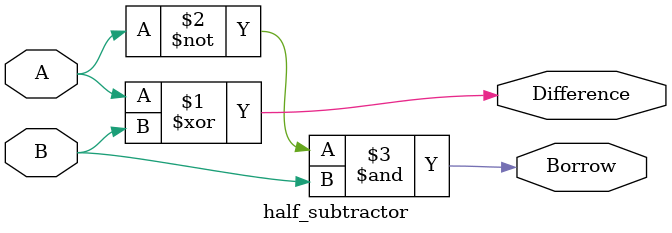
<source format=v>
module half_subtractor (
    input A,
    input B,
    output Difference,
    output Borrow
);
    assign Difference = A ^ B;  // XOR for difference
    assign Borrow = ~A & B;     // AND and NOT for borrow
endmodule
</source>
